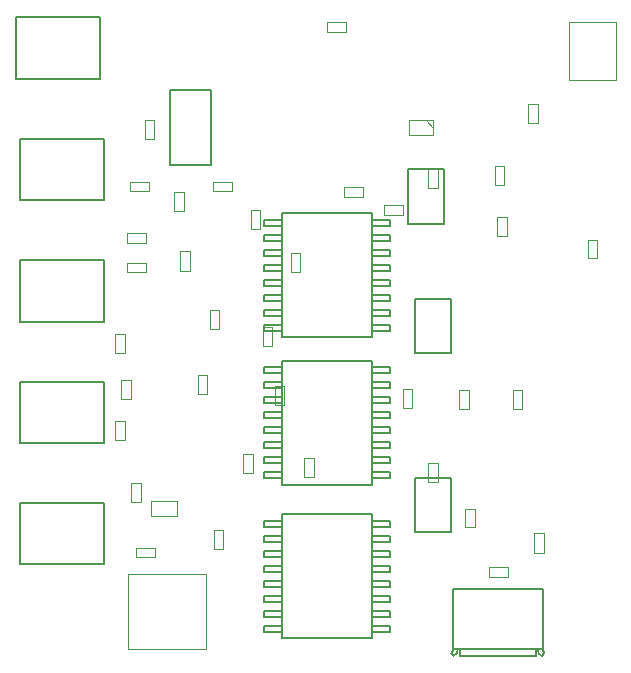
<source format=gbr>
%TF.GenerationSoftware,Altium Limited,Altium Designer,20.2.4 (192)*%
G04 Layer_Color=16711935*
%FSLAX45Y45*%
%MOMM*%
%TF.SameCoordinates,538F140D-ADF5-4649-B7F1-A5983F3DD12E*%
%TF.FilePolarity,Positive*%
%TF.FileFunction,Other,Mechanical_13*%
%TF.Part,Single*%
G01*
G75*
%TA.AperFunction,NonConductor*%
%ADD61C,0.20000*%
%ADD64C,0.10000*%
%ADD65C,0.15000*%
%ADD66C,0.15240*%
%ADD67C,0.12700*%
D61*
X122001Y5432999D02*
X832002D01*
Y4913000D02*
Y5432999D01*
X122001Y4913000D02*
X832002D01*
X122001D02*
Y5432999D01*
X1767997Y4182506D02*
Y4817506D01*
X1425001D02*
X1767997D01*
X1425001Y4182506D02*
Y4817506D01*
Y4182506D02*
X1767997D01*
X155021Y3884600D02*
Y4404604D01*
Y3884600D02*
X865022D01*
Y4404604D01*
X155021D02*
X865022D01*
X155021Y799404D02*
Y1319403D01*
Y799404D02*
X865022D01*
Y1319403D01*
X155021D02*
X865022D01*
X155021Y1827799D02*
Y2347798D01*
Y1827799D02*
X865022D01*
Y2347798D01*
X155021D02*
X865022D01*
X155021Y3376198D02*
X865022D01*
Y2856200D02*
Y3376198D01*
X155021Y2856200D02*
X865022D01*
X155021D02*
Y3376198D01*
D64*
X4195557Y3737620D02*
X4275557D01*
Y3577620D02*
Y3737620D01*
X4195557Y3577620D02*
X4275557D01*
X4195557D02*
Y3737620D01*
X1070000Y80000D02*
X1729999D01*
X1070000Y719999D02*
X1729999D01*
Y80000D02*
Y719999D01*
X1070000Y80000D02*
Y719999D01*
X3924442Y1112378D02*
X4004442D01*
X3924442D02*
Y1272377D01*
X4004442D01*
Y1112378D02*
Y1272377D01*
X1095558Y1487622D02*
X1175558D01*
Y1327617D02*
Y1487622D01*
X1095558Y1327617D02*
X1175558D01*
X1095558D02*
Y1487622D01*
X1265001Y1210000D02*
Y1340002D01*
X1485001Y1210000D02*
Y1340002D01*
X1265001Y1210000D02*
X1485001D01*
X1265001Y1340002D02*
X1485001D01*
X2308794Y2149800D02*
Y2312198D01*
Y2149800D02*
X2391197D01*
Y2312198D01*
X2308794D02*
X2391197D01*
X2445563Y3437621D02*
X2525563D01*
Y3277616D02*
Y3437621D01*
X2445563Y3277616D02*
X2525563D01*
X2445563D02*
Y3437621D01*
X2109998Y3640003D02*
X2189998D01*
X2109998D02*
Y3800003D01*
X2189998D01*
Y3640003D02*
Y3800003D01*
X1508801Y3287801D02*
Y3450199D01*
Y3287801D02*
X1591198D01*
Y3450199D01*
X1508801D02*
X1591198D01*
X1062380Y3354441D02*
X1222380D01*
Y3274441D02*
Y3354441D01*
X1062380Y3274441D02*
X1222380D01*
X1062380D02*
Y3354441D01*
X1541201Y3787805D02*
Y3950203D01*
X1458803D02*
X1541201D01*
X1458803Y3787805D02*
Y3950203D01*
Y3787805D02*
X1541201D01*
X1950202Y3958803D02*
Y4041206D01*
X1787799D02*
X1950202D01*
X1787799Y3958803D02*
Y4041206D01*
Y3958803D02*
X1950202D01*
X3608802Y3987800D02*
Y4150203D01*
Y3987800D02*
X3691204D01*
Y4150203D01*
X3608802D02*
X3691204D01*
X3395558Y2287621D02*
X3475558D01*
Y2127621D02*
Y2287621D01*
X3395558Y2127621D02*
X3475558D01*
X3395558D02*
Y2287621D01*
X3954440Y2112381D02*
Y2272381D01*
X3874440D02*
X3954440D01*
X3874440Y2112381D02*
Y2272381D01*
Y2112381D02*
X3954440D01*
X4324441D02*
X4404441D01*
X4324441D02*
Y2272381D01*
X4404441D01*
Y2112381D02*
Y2272381D01*
X4541210Y4537542D02*
Y4699940D01*
X4458807D02*
X4541210D01*
X4458807Y4537542D02*
Y4699940D01*
Y4537542D02*
X4541210D01*
X4287622Y695559D02*
Y775559D01*
X4127617D02*
X4287622D01*
X4127617Y695559D02*
Y775559D01*
Y695559D02*
X4287622D01*
X2912196Y5308803D02*
Y5391201D01*
X2749799D02*
X2912196D01*
X2749799Y5308803D02*
Y5391201D01*
Y5308803D02*
X2912196D01*
X1087796Y3958798D02*
Y4041201D01*
Y3958798D02*
X1250198D01*
Y4041201D01*
X1087796D02*
X1250198D01*
X1300201Y858794D02*
Y941197D01*
X1137803D02*
X1300201D01*
X1137803Y858794D02*
Y941197D01*
Y858794D02*
X1300201D01*
X4804999Y5395001D02*
X5200000D01*
X4804999Y4904999D02*
Y5395001D01*
Y4904999D02*
X5200000D01*
Y5395001D01*
X959998Y2590002D02*
Y2750002D01*
Y2590002D02*
X1039998D01*
Y2750002D01*
X959998D02*
X1039998D01*
X3400201Y3758804D02*
Y3841201D01*
X3237804Y3758804D02*
X3400201D01*
X3237804D02*
Y3841201D01*
X3400201D01*
X3062204Y3908801D02*
Y3991199D01*
X2899806Y3908801D02*
X3062204D01*
X2899806D02*
Y3991199D01*
X3062204D01*
X4254439Y4012377D02*
Y4172377D01*
X4174439D02*
X4254439D01*
X4174439Y4012377D02*
Y4172377D01*
Y4012377D02*
X4254439D01*
X1760002Y2790002D02*
Y2950002D01*
Y2790002D02*
X1840001D01*
Y2950002D01*
X1760002D02*
X1840001D01*
X1208796Y4562196D02*
X1291199D01*
Y4399798D02*
Y4562196D01*
X1208796Y4399798D02*
X1291199D01*
X1208796D02*
Y4562196D01*
X959998Y1849999D02*
Y2010004D01*
Y1849999D02*
X1039998D01*
Y2010004D01*
X959998D02*
X1039998D01*
X1795556Y927618D02*
Y1087623D01*
Y927618D02*
X1875556D01*
Y1087623D01*
X1795556D02*
X1875556D01*
X1660002Y2239996D02*
Y2400000D01*
Y2239996D02*
X1740002D01*
Y2400000D01*
X1660002D02*
X1740002D01*
X2208794Y2812197D02*
X2291197D01*
Y2649799D02*
Y2812197D01*
X2208794Y2649799D02*
X2291197D01*
X2208794D02*
Y2812197D01*
X3608802Y1499799D02*
X3691204D01*
X3608802D02*
Y1662196D01*
X3691204D01*
Y1499799D02*
Y1662196D01*
X4508800Y1062203D02*
X4591197D01*
Y899800D02*
Y1062203D01*
X4508800Y899800D02*
X4591197D01*
X4508800D02*
Y1062203D01*
X2560000Y1540002D02*
Y1700002D01*
Y1540002D02*
X2640000D01*
Y1700002D01*
X2560000D02*
X2640000D01*
X2045564Y1577619D02*
Y1737619D01*
Y1577619D02*
X2125563D01*
Y1737619D01*
X2045564D02*
X2125563D01*
X5040000Y3390001D02*
Y3550001D01*
X4960000Y3390001D02*
X5040000D01*
X4960000D02*
Y3550001D01*
X5040000D01*
X1062380Y3604443D02*
X1222380D01*
Y3524443D02*
Y3604443D01*
X1062380Y3524443D02*
X1222380D01*
X1062380D02*
Y3604443D01*
X3652500Y4437497D02*
Y4562500D01*
X3447501Y4437497D02*
X3652500D01*
X3447501D02*
Y4562500D01*
X3652500D01*
X3587501D02*
X3652500Y4497497D01*
X1008802Y2199797D02*
Y2362195D01*
X1091199D01*
Y2199797D02*
Y2362195D01*
X1008802Y2199797D02*
X1091199D01*
D65*
X3436249Y4145001D02*
X3746246D01*
Y3685002D02*
Y4145001D01*
X3436249Y3685002D02*
X3746246D01*
X3436249D02*
Y4145001D01*
X3494999Y1075004D02*
X3805001D01*
X3494999D02*
Y1535003D01*
X3805001D01*
Y1075004D02*
Y1535003D01*
X3494999Y2589997D02*
X3804996D01*
X3494999D02*
Y3049996D01*
X3804996D01*
Y2589997D02*
Y3049996D01*
D66*
X2369002Y1474221D02*
Y2525781D01*
X2719522D01*
X2780482D01*
X3131002D01*
Y1474221D02*
Y2525781D01*
X2369002Y1474221D02*
X3131002D01*
Y2469901D02*
X3283402D01*
Y2419101D02*
Y2469901D01*
X3131002Y2419101D02*
X3283402D01*
X3131002D02*
Y2469901D01*
Y2342901D02*
X3283402D01*
Y2292101D02*
Y2342901D01*
X3131002Y2292101D02*
X3283402D01*
X3131002D02*
Y2342901D01*
Y2215901D02*
X3283402D01*
Y2165101D02*
Y2215901D01*
X3131002Y2165101D02*
X3283402D01*
X3131002D02*
Y2215901D01*
Y2088901D02*
X3283402D01*
Y2038101D02*
Y2088901D01*
X3131002Y2038101D02*
X3283402D01*
X3131002D02*
Y2088901D01*
Y1961901D02*
X3283402D01*
Y1911101D02*
Y1961901D01*
X3131002Y1911101D02*
X3283402D01*
X3131002D02*
Y1961901D01*
Y1834901D02*
X3283402D01*
Y1784101D02*
Y1834901D01*
X3131002Y1784101D02*
X3283402D01*
X3131002D02*
Y1834901D01*
Y1707901D02*
X3283402D01*
Y1657101D02*
Y1707901D01*
X3131002Y1657101D02*
X3283402D01*
X3131002D02*
Y1707901D01*
Y1580901D02*
X3283402D01*
Y1530101D02*
Y1580901D01*
X3131002Y1530101D02*
X3283402D01*
X3131002D02*
Y1580901D01*
X2216602Y1530101D02*
X2369002D01*
X2216602D02*
Y1580901D01*
X2369002D01*
Y1530101D02*
Y1580901D01*
X2216602Y1657101D02*
X2369002D01*
X2216602D02*
Y1707901D01*
X2369002D01*
Y1657101D02*
Y1707901D01*
X2216602Y1784101D02*
X2369002D01*
X2216602D02*
Y1834901D01*
X2369002D01*
Y1784101D02*
Y1834901D01*
X2216602Y1911101D02*
X2369002D01*
X2216602D02*
Y1961901D01*
X2369002D01*
Y1911101D02*
Y1961901D01*
X2216602Y2038101D02*
X2369002D01*
X2216602D02*
Y2088901D01*
X2369002D01*
Y2038101D02*
Y2088901D01*
X2216602Y2165101D02*
X2369002D01*
X2216602D02*
Y2215901D01*
X2369002D01*
Y2165101D02*
Y2215901D01*
X2216602Y2292101D02*
X2369002D01*
X2216602D02*
Y2342901D01*
X2369002D01*
Y2292101D02*
Y2342901D01*
X2216602Y2419101D02*
X2369002D01*
X2216602D02*
Y2469901D01*
X2369002D01*
Y2419101D02*
Y2469901D01*
Y2724221D02*
Y3775781D01*
X2719522D01*
X2780482D01*
X3131002D01*
Y2724221D02*
Y3775781D01*
X2369002Y2724221D02*
X3131002D01*
Y3719901D02*
X3283402D01*
Y3669101D02*
Y3719901D01*
X3131002Y3669101D02*
X3283402D01*
X3131002D02*
Y3719901D01*
Y3592901D02*
X3283402D01*
Y3542101D02*
Y3592901D01*
X3131002Y3542101D02*
X3283402D01*
X3131002D02*
Y3592901D01*
Y3465901D02*
X3283402D01*
Y3415101D02*
Y3465901D01*
X3131002Y3415101D02*
X3283402D01*
X3131002D02*
Y3465901D01*
Y3338901D02*
X3283402D01*
Y3288101D02*
Y3338901D01*
X3131002Y3288101D02*
X3283402D01*
X3131002D02*
Y3338901D01*
Y3211901D02*
X3283402D01*
Y3161101D02*
Y3211901D01*
X3131002Y3161101D02*
X3283402D01*
X3131002D02*
Y3211901D01*
Y3084901D02*
X3283402D01*
Y3034101D02*
Y3084901D01*
X3131002Y3034101D02*
X3283402D01*
X3131002D02*
Y3084901D01*
Y2957901D02*
X3283402D01*
Y2907101D02*
Y2957901D01*
X3131002Y2907101D02*
X3283402D01*
X3131002D02*
Y2957901D01*
Y2830901D02*
X3283402D01*
Y2780101D02*
Y2830901D01*
X3131002Y2780101D02*
X3283402D01*
X3131002D02*
Y2830901D01*
X2216602Y2780101D02*
X2369002D01*
X2216602D02*
Y2830901D01*
X2369002D01*
Y2780101D02*
Y2830901D01*
X2216602Y2907101D02*
X2369002D01*
X2216602D02*
Y2957901D01*
X2369002D01*
Y2907101D02*
Y2957901D01*
X2216602Y3034101D02*
X2369002D01*
X2216602D02*
Y3084901D01*
X2369002D01*
Y3034101D02*
Y3084901D01*
X2216602Y3161101D02*
X2369002D01*
X2216602D02*
Y3211901D01*
X2369002D01*
Y3161101D02*
Y3211901D01*
X2216602Y3288101D02*
X2369002D01*
X2216602D02*
Y3338901D01*
X2369002D01*
Y3288101D02*
Y3338901D01*
X2216602Y3415101D02*
X2369002D01*
X2216602D02*
Y3465901D01*
X2369002D01*
Y3415101D02*
Y3465901D01*
X2216602Y3542101D02*
X2369002D01*
X2216602D02*
Y3592901D01*
X2369002D01*
Y3542101D02*
Y3592901D01*
X2216602Y3669101D02*
X2369002D01*
X2216602D02*
Y3719901D01*
X2369002D01*
Y3669101D02*
Y3719901D01*
Y174219D02*
Y1225779D01*
X2719522D01*
X2780482D01*
X3131002D01*
Y174219D02*
Y1225779D01*
X2369002Y174219D02*
X3131002D01*
Y1169899D02*
X3283402D01*
Y1119099D02*
Y1169899D01*
X3131002Y1119099D02*
X3283402D01*
X3131002D02*
Y1169899D01*
Y1042899D02*
X3283402D01*
Y992099D02*
Y1042899D01*
X3131002Y992099D02*
X3283402D01*
X3131002D02*
Y1042899D01*
Y915899D02*
X3283402D01*
Y865099D02*
Y915899D01*
X3131002Y865099D02*
X3283402D01*
X3131002D02*
Y915899D01*
Y788899D02*
X3283402D01*
Y738099D02*
Y788899D01*
X3131002Y738099D02*
X3283402D01*
X3131002D02*
Y788899D01*
Y661899D02*
X3283402D01*
Y611099D02*
Y661899D01*
X3131002Y611099D02*
X3283402D01*
X3131002D02*
Y661899D01*
Y534899D02*
X3283402D01*
Y484099D02*
Y534899D01*
X3131002Y484099D02*
X3283402D01*
X3131002D02*
Y534899D01*
Y407899D02*
X3283402D01*
Y357099D02*
Y407899D01*
X3131002Y357099D02*
X3283402D01*
X3131002D02*
Y407899D01*
Y280899D02*
X3283402D01*
Y230099D02*
Y280899D01*
X3131002Y230099D02*
X3283402D01*
X3131002D02*
Y280899D01*
X2216602Y230099D02*
X2369002D01*
X2216602D02*
Y280899D01*
X2369002D01*
Y230099D02*
Y280899D01*
X2216602Y357099D02*
X2369002D01*
X2216602D02*
Y407899D01*
X2369002D01*
Y357099D02*
Y407899D01*
X2216602Y484099D02*
X2369002D01*
X2216602D02*
Y534899D01*
X2369002D01*
Y484099D02*
Y534899D01*
X2216602Y611099D02*
X2369002D01*
X2216602D02*
Y661899D01*
X2369002D01*
Y611099D02*
Y661899D01*
X2216602Y738099D02*
X2369002D01*
X2216602D02*
Y788899D01*
X2369002D01*
Y738099D02*
Y788899D01*
X2216602Y865099D02*
X2369002D01*
X2216602D02*
Y915899D01*
X2369002D01*
Y865099D02*
Y915899D01*
X2216602Y992099D02*
X2369002D01*
X2216602D02*
Y1042899D01*
X2369002D01*
Y992099D02*
Y1042899D01*
X2216602Y1119099D02*
X2369002D01*
X2216602D02*
Y1169899D01*
X2369002D01*
Y1119099D02*
Y1169899D01*
D67*
X4540056Y82714D02*
G03*
X4574788Y22558I47444J-12712D01*
G01*
X4580001Y92503D02*
G03*
X4592998Y52503I26499J-13502D01*
G01*
X3825370Y27585D02*
G03*
X3859916Y82871I-10370J44916D01*
G01*
X3807002Y52503D02*
G03*
X3819999Y92503I-13502J26499D01*
G01*
X4575002Y22499D02*
X4593006Y52502D01*
X4520006Y27498D02*
Y82499D01*
X3880002Y27498D02*
X4520006D01*
X3880002D02*
Y82499D01*
X3807003Y52502D02*
X3825006Y27498D01*
X3820003Y92502D02*
Y592501D01*
Y87498D02*
Y92502D01*
Y87498D02*
X4580006D01*
Y157500D01*
Y592501D01*
X3820003D02*
X4580006D01*
%TF.MD5,5edb4d0cc2fc01d89e2cd25600f32baa*%
M02*

</source>
